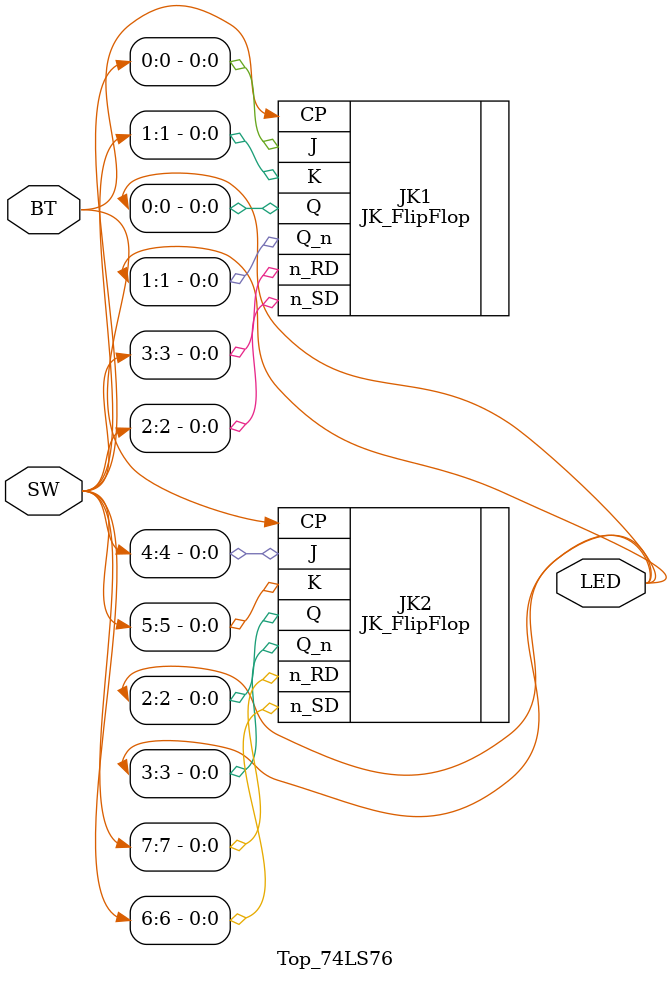
<source format=v>
module Top_74LS76(
    input wire [7:0] SW,  // 开关输入
    input wire [0:0] BT,  // 按键输入 (用作 CP)
    output wire [3:0] LED // LED 输出
    );

    // 第1个 J-K 触发器实例化
    // 映射: J=SW0, K=SW1, n_SD=SW2, n_RD=SW3, CP=BT0
    // 输出: Q=LED0, Q_n=LED1
    JK_FlipFlop JK1 (
        .CP   (BT[0]),
        .n_SD (SW[2]),
        .n_RD (SW[3]),
        .J    (SW[0]),
        .K    (SW[1]),
        .Q    (LED[0]),
        .Q_n  (LED[1])
    );

    // 第2个 J-K 触发器实例化 (实验选做，若只要一个可忽略此段)
    // 映射: J=SW4, K=SW5, n_SD=SW6, n_RD=SW7, CP=BT0 (共用时钟)
    // 输出: Q=LED2, Q_n=LED3
    JK_FlipFlop JK2 (
        .CP   (BT[0]),
        .n_SD (SW[6]),
        .n_RD (SW[7]),
        .J    (SW[4]),
        .K    (SW[5]),
        .Q    (LED[2]),
        .Q_n  (LED[3])
    );

endmodule

</source>
